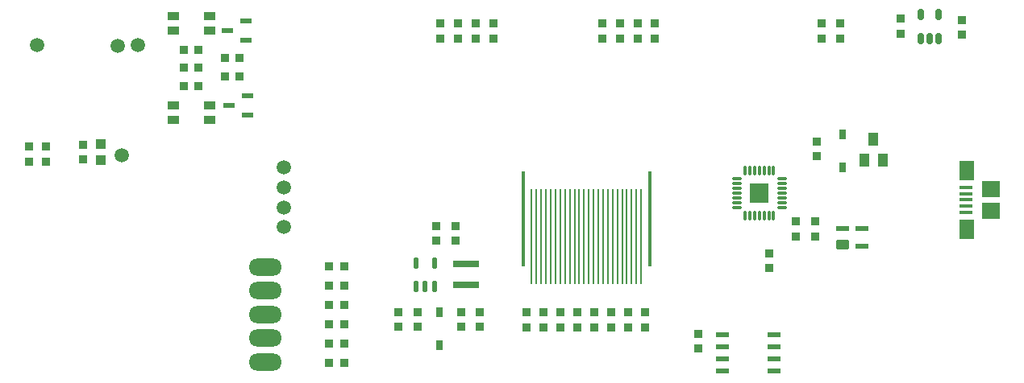
<source format=gbp>
G04*
G04 #@! TF.GenerationSoftware,Altium Limited,Altium Designer,21.9.2 (33)*
G04*
G04 Layer_Color=128*
%FSLAX25Y25*%
%MOIN*%
G70*
G04*
G04 #@! TF.SameCoordinates,7D1BAC6E-B471-4F52-9471-A17197207182*
G04*
G04*
G04 #@! TF.FilePolarity,Positive*
G04*
G01*
G75*
%ADD16R,0.03937X0.04331*%
%ADD17R,0.03740X0.03543*%
%ADD21R,0.04921X0.03543*%
%ADD50R,0.03150X0.04409*%
%ADD51R,0.01181X0.39370*%
%ADD52R,0.00984X0.39370*%
G04:AMPARAMS|DCode=53|XSize=48.03mil|YSize=23.62mil|CornerRadius=5.91mil|HoleSize=0mil|Usage=FLASHONLY|Rotation=90.000|XOffset=0mil|YOffset=0mil|HoleType=Round|Shape=RoundedRectangle|*
%AMROUNDEDRECTD53*
21,1,0.04803,0.01181,0,0,90.0*
21,1,0.03622,0.02362,0,0,90.0*
1,1,0.01181,0.00591,0.01811*
1,1,0.01181,0.00591,-0.01811*
1,1,0.01181,-0.00591,-0.01811*
1,1,0.01181,-0.00591,0.01811*
%
%ADD53ROUNDEDRECTD53*%
%ADD54R,0.03937X0.05512*%
%ADD55R,0.05512X0.01575*%
%ADD56R,0.06299X0.08268*%
%ADD57R,0.07480X0.06890*%
%ADD58C,0.05906*%
%ADD59R,0.05800X0.02200*%
G04:AMPARAMS|DCode=60|XSize=23.23mil|YSize=51.18mil|CornerRadius=1.74mil|HoleSize=0mil|Usage=FLASHONLY|Rotation=90.000|XOffset=0mil|YOffset=0mil|HoleType=Round|Shape=RoundedRectangle|*
%AMROUNDEDRECTD60*
21,1,0.02323,0.04770,0,0,90.0*
21,1,0.01974,0.05118,0,0,90.0*
1,1,0.00348,0.02385,0.00987*
1,1,0.00348,0.02385,-0.00987*
1,1,0.00348,-0.02385,-0.00987*
1,1,0.00348,-0.02385,0.00987*
%
%ADD60ROUNDEDRECTD60*%
G04:AMPARAMS|DCode=61|XSize=38.98mil|YSize=51.18mil|CornerRadius=2.92mil|HoleSize=0mil|Usage=FLASHONLY|Rotation=90.000|XOffset=0mil|YOffset=0mil|HoleType=Round|Shape=RoundedRectangle|*
%AMROUNDEDRECTD61*
21,1,0.03898,0.04534,0,0,90.0*
21,1,0.03313,0.05118,0,0,90.0*
1,1,0.00585,0.02267,0.01657*
1,1,0.00585,0.02267,-0.01657*
1,1,0.00585,-0.02267,-0.01657*
1,1,0.00585,-0.02267,0.01657*
%
%ADD61ROUNDEDRECTD61*%
G04:AMPARAMS|DCode=63|XSize=10.24mil|YSize=38.19mil|CornerRadius=2.56mil|HoleSize=0mil|Usage=FLASHONLY|Rotation=180.000|XOffset=0mil|YOffset=0mil|HoleType=Round|Shape=RoundedRectangle|*
%AMROUNDEDRECTD63*
21,1,0.01024,0.03307,0,0,180.0*
21,1,0.00512,0.03819,0,0,180.0*
1,1,0.00512,-0.00256,0.01654*
1,1,0.00512,0.00256,0.01654*
1,1,0.00512,0.00256,-0.01654*
1,1,0.00512,-0.00256,-0.01654*
%
%ADD63ROUNDEDRECTD63*%
G04:AMPARAMS|DCode=64|XSize=10.24mil|YSize=38.19mil|CornerRadius=2.56mil|HoleSize=0mil|Usage=FLASHONLY|Rotation=270.000|XOffset=0mil|YOffset=0mil|HoleType=Round|Shape=RoundedRectangle|*
%AMROUNDEDRECTD64*
21,1,0.01024,0.03307,0,0,270.0*
21,1,0.00512,0.03819,0,0,270.0*
1,1,0.00512,-0.01654,-0.00256*
1,1,0.00512,-0.01654,0.00256*
1,1,0.00512,0.01654,0.00256*
1,1,0.00512,0.01654,-0.00256*
%
%ADD64ROUNDEDRECTD64*%
G04:AMPARAMS|DCode=65|XSize=49.61mil|YSize=23.23mil|CornerRadius=2.9mil|HoleSize=0mil|Usage=FLASHONLY|Rotation=180.000|XOffset=0mil|YOffset=0mil|HoleType=Round|Shape=RoundedRectangle|*
%AMROUNDEDRECTD65*
21,1,0.04961,0.01742,0,0,180.0*
21,1,0.04380,0.02323,0,0,180.0*
1,1,0.00581,-0.02190,0.00871*
1,1,0.00581,0.02190,0.00871*
1,1,0.00581,0.02190,-0.00871*
1,1,0.00581,-0.02190,-0.00871*
%
%ADD65ROUNDEDRECTD65*%
%ADD66R,0.03543X0.03740*%
G04:AMPARAMS|DCode=67|XSize=47.64mil|YSize=23.23mil|CornerRadius=5.81mil|HoleSize=0mil|Usage=FLASHONLY|Rotation=90.000|XOffset=0mil|YOffset=0mil|HoleType=Round|Shape=RoundedRectangle|*
%AMROUNDEDRECTD67*
21,1,0.04764,0.01161,0,0,90.0*
21,1,0.03602,0.02323,0,0,90.0*
1,1,0.01161,0.00581,0.01801*
1,1,0.01161,0.00581,-0.01801*
1,1,0.01161,-0.00581,-0.01801*
1,1,0.01161,-0.00581,0.01801*
%
%ADD67ROUNDEDRECTD67*%
%ADD68R,0.10630X0.03150*%
%ADD69O,0.13780X0.07087*%
G36*
X370713Y119918D02*
X378507D01*
Y127713D01*
X370713D01*
Y119918D01*
D02*
G37*
D16*
X102368Y137532D02*
D03*
Y144225D02*
D03*
D17*
X458465Y195571D02*
D03*
Y189469D02*
D03*
X398228Y139075D02*
D03*
Y145177D02*
D03*
X432874Y195965D02*
D03*
Y189862D02*
D03*
X257283Y193996D02*
D03*
Y187894D02*
D03*
X331496Y193996D02*
D03*
Y187894D02*
D03*
X309646Y193996D02*
D03*
Y187894D02*
D03*
X316929D02*
D03*
Y193996D02*
D03*
X324213Y187894D02*
D03*
Y193996D02*
D03*
X349500Y65551D02*
D03*
Y59449D02*
D03*
X242717Y187894D02*
D03*
Y193996D02*
D03*
X250000D02*
D03*
Y187894D02*
D03*
X264567Y193996D02*
D03*
Y187894D02*
D03*
X79724Y136909D02*
D03*
Y143012D02*
D03*
X72638Y136909D02*
D03*
Y143012D02*
D03*
X400197Y193996D02*
D03*
Y187894D02*
D03*
X408071D02*
D03*
Y193996D02*
D03*
X389838Y112002D02*
D03*
Y105899D02*
D03*
X397838Y112002D02*
D03*
Y105899D02*
D03*
X378740Y92618D02*
D03*
Y98721D02*
D03*
X94882Y137697D02*
D03*
Y143799D02*
D03*
X240947Y103954D02*
D03*
Y110057D02*
D03*
X248947Y103954D02*
D03*
Y110057D02*
D03*
X225447Y68454D02*
D03*
Y74557D02*
D03*
X233447D02*
D03*
Y68454D02*
D03*
X251447D02*
D03*
Y74557D02*
D03*
X258947Y68454D02*
D03*
Y74557D02*
D03*
X278387Y74360D02*
D03*
Y68258D02*
D03*
X285387Y74360D02*
D03*
Y68258D02*
D03*
X292387Y74360D02*
D03*
Y68258D02*
D03*
X299387D02*
D03*
Y74360D02*
D03*
X306387D02*
D03*
Y68258D02*
D03*
X313387Y74360D02*
D03*
Y68258D02*
D03*
X320387Y74360D02*
D03*
Y68258D02*
D03*
X327387Y74360D02*
D03*
Y68258D02*
D03*
D21*
X132185Y197153D02*
D03*
X147343D02*
D03*
X132185Y191247D02*
D03*
X147343D02*
D03*
X132185Y160153D02*
D03*
X147343D02*
D03*
X132185Y154247D02*
D03*
X147343D02*
D03*
D50*
X409055Y134331D02*
D03*
Y147953D02*
D03*
X242447Y74317D02*
D03*
Y60695D02*
D03*
D51*
X329297Y113112D02*
D03*
X276934D02*
D03*
D52*
X325753Y105632D02*
D03*
X323785D02*
D03*
X321816D02*
D03*
X319848D02*
D03*
X317879D02*
D03*
X315911D02*
D03*
X313942D02*
D03*
X311974D02*
D03*
X310005D02*
D03*
X308036D02*
D03*
X306068D02*
D03*
X304099D02*
D03*
X302131D02*
D03*
X300163D02*
D03*
X298194D02*
D03*
X296226D02*
D03*
X294257D02*
D03*
X292289D02*
D03*
X290320D02*
D03*
X288352D02*
D03*
X286383D02*
D03*
X284415D02*
D03*
X282446D02*
D03*
X280478D02*
D03*
D53*
X448819Y187815D02*
D03*
X445079D02*
D03*
X441339D02*
D03*
Y197618D02*
D03*
X448819D02*
D03*
D54*
X421850Y146260D02*
D03*
X418110Y137598D02*
D03*
X425591D02*
D03*
D55*
X459870Y123591D02*
D03*
Y118472D02*
D03*
Y121031D02*
D03*
Y115913D02*
D03*
Y126150D02*
D03*
D56*
X460362Y133236D02*
D03*
Y108827D02*
D03*
D57*
X470303Y125461D02*
D03*
Y116602D02*
D03*
D58*
X117520Y185236D02*
D03*
X75984Y185039D02*
D03*
X109449Y184843D02*
D03*
X111024Y139370D02*
D03*
X177953Y125984D02*
D03*
Y134449D02*
D03*
Y117717D02*
D03*
Y109843D02*
D03*
D59*
X380630Y50000D02*
D03*
Y55000D02*
D03*
Y60000D02*
D03*
Y65000D02*
D03*
X359370Y50000D02*
D03*
Y55000D02*
D03*
Y60000D02*
D03*
Y65000D02*
D03*
D60*
X416941Y101713D02*
D03*
Y109272D02*
D03*
X408870D02*
D03*
D61*
Y102500D02*
D03*
D63*
X380512Y133150D02*
D03*
X378543D02*
D03*
X376575D02*
D03*
X374606D02*
D03*
X372638D02*
D03*
X370669D02*
D03*
X368701D02*
D03*
Y114488D02*
D03*
X370669D02*
D03*
X372638D02*
D03*
X374606D02*
D03*
X376575D02*
D03*
X378543D02*
D03*
X380512D02*
D03*
D64*
X365276Y129724D02*
D03*
Y127756D02*
D03*
Y125787D02*
D03*
Y123819D02*
D03*
Y121850D02*
D03*
Y119882D02*
D03*
Y117913D02*
D03*
X383937D02*
D03*
Y119882D02*
D03*
Y121850D02*
D03*
Y123819D02*
D03*
Y125787D02*
D03*
Y127756D02*
D03*
Y129724D02*
D03*
D65*
X162427Y195137D02*
D03*
Y187263D02*
D03*
X154710Y191200D02*
D03*
X162927Y164137D02*
D03*
Y156263D02*
D03*
X155210Y160200D02*
D03*
D66*
X153517Y172200D02*
D03*
X159620D02*
D03*
X153517Y179700D02*
D03*
X159620D02*
D03*
X142815Y168200D02*
D03*
X136713D02*
D03*
X142815Y175700D02*
D03*
X136713D02*
D03*
X142815Y183200D02*
D03*
X136713D02*
D03*
X202921Y53500D02*
D03*
X196819D02*
D03*
X202870Y61500D02*
D03*
X196768D02*
D03*
X202870Y69500D02*
D03*
X196768D02*
D03*
X202870Y85500D02*
D03*
X196768D02*
D03*
Y77500D02*
D03*
X202870D02*
D03*
Y93500D02*
D03*
X196768D02*
D03*
D67*
X240188Y85065D02*
D03*
X236447D02*
D03*
X232707D02*
D03*
Y94946D02*
D03*
X240188D02*
D03*
D68*
X253447Y94336D02*
D03*
Y85675D02*
D03*
D69*
X170370Y93185D02*
D03*
Y53815D02*
D03*
Y83342D02*
D03*
Y63657D02*
D03*
Y73500D02*
D03*
M02*

</source>
